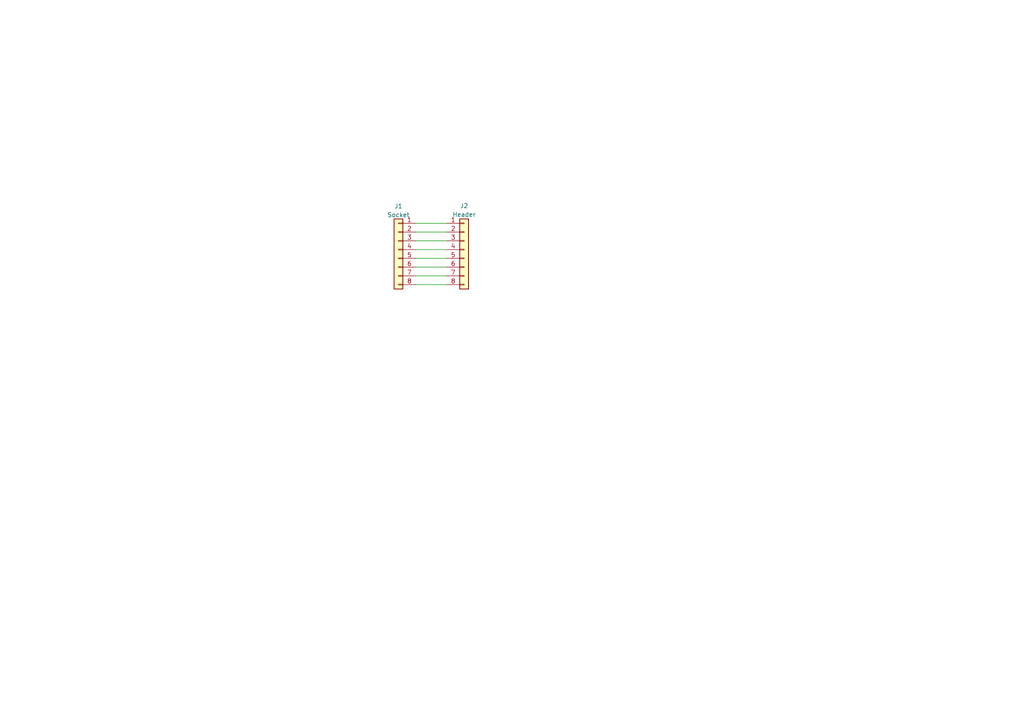
<source format=kicad_sch>
(kicad_sch (version 20211123) (generator eeschema)
  (paper "A4")
  (title_block (title "19PinHeader") (date "2022-09-10") (rev "1"))
  (lib_symbols
    (symbol "Connector_Generic:Conn_01x08" (pin_names (offset 1.016) hide)
      (property "Reference" "J" (at 0 10.16 0))
      (property "Value" "Conn_01x08" (at 0 -12.7 0))
      (symbol "Conn_01x08_1_1"
        (rectangle (start -1.27 -10.033) (end 0 -10.287) (stroke (width 0.1524)))
        (rectangle (start -1.27 -7.493) (end 0 -7.747) (stroke (width 0.1524)))
        (rectangle (start -1.27 -4.953) (end 0 -5.207) (stroke (width 0.1524)))
        (rectangle (start -1.27 -2.413) (end 0 -2.667) (stroke (width 0.1524)))
        (rectangle (start -1.27 0.127) (end 0 -0.127) (stroke (width 0.1524)))
        (rectangle (start -1.27 2.667) (end 0 2.413) (stroke (width 0.1524)))
        (rectangle (start -1.27 5.207) (end 0 4.953) (stroke (width 0.1524)))
        (rectangle (start -1.27 7.747) (end 0 7.493) (stroke (width 0.1524)))
        (rectangle (start -1.27 8.89) (end 1.27 -11.43) (stroke (width 0.254)) (fill (type background)))
        (pin passive line (at -5.08 7.62 0) (length 3.81) (name "Pin_1") (number "1"))
        (pin passive line (at -5.08 5.08 0) (length 3.81) (name "Pin_2") (number "2"))
        (pin passive line (at -5.08 2.54 0) (length 3.81) (name "Pin_3") (number "3"))
        (pin passive line (at -5.08 0 0) (length 3.81) (name "Pin_4") (number "4"))
        (pin passive line (at -5.08 -2.54 0) (length 3.81) (name "Pin_5") (number "5"))
        (pin passive line (at -5.08 -5.08 0) (length 3.81) (name "Pin_6") (number "6"))
        (pin passive line (at -5.08 -7.62 0) (length 3.81) (name "Pin_7") (number "7"))
        (pin passive line (at -5.08 -10.16 0) (length 3.81) (name "Pin_8") (number "8"))
      )
    )
  )
  (wire (pts (xy 120.65 69.85) (xy 129.54 69.85)))
  (wire (pts (xy 120.65 74.93) (xy 129.54 74.93)))
  (wire (pts (xy 120.65 72.39) (xy 129.54 72.39)))
  (wire (pts (xy 120.65 67.31) (xy 129.54 67.31)))
  (wire (pts (xy 120.65 80.01) (xy 129.54 80.01)))
  (wire (pts (xy 120.65 77.47) (xy 129.54 77.47)))
  (wire (pts (xy 120.65 82.55) (xy 129.54 82.55)))
  (wire (pts (xy 120.65 64.77) (xy 129.54 64.77)))
  (symbol (lib_id "Connector_Generic:Conn_01x08") (at 115.57 72.39 0) (mirror y) (unit 1)
    (property "Reference" "J1" (at 115.57 59.8002 0))
    (property "Value" "Socket" (at 115.57 62.3371 0))
    (property "Footprint" "Connector_PinSocket_2.54mm:PinSocket_1x08_P2.54mm_Vertical" (effects hide))
  )
  (symbol (lib_id "Connector_Generic:Conn_01x08") (at 134.62 72.39 0) (unit 1)
    (property "Reference" "J2" (at 134.62 59.69 0))
    (property "Value" "Header" (at 134.62 62.23 0))
    (property "Footprint" "Connector_PinHeader_2.54mm:PinHeader_1x08_P2.54mm_Vertical" (effects hide))
  )
)
</source>
